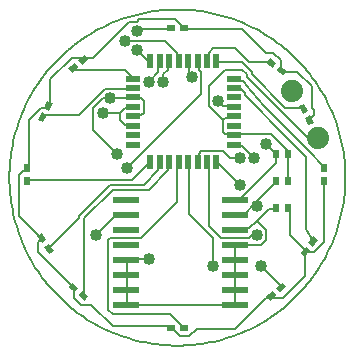
<source format=gtl>
G04 EAGLE Gerber RS-274X export*
G75*
%MOMM*%
%FSLAX34Y34*%
%LPD*%
%INTop Copper*%
%IPPOS*%
%AMOC8*
5,1,8,0,0,1.08239X$1,22.5*%
G01*
%ADD10C,0.152400*%
%ADD11R,0.700000X0.500000*%
%ADD12R,0.500000X0.700000*%
%ADD13R,2.200000X0.600000*%
%ADD14R,0.600000X0.700000*%
%ADD15R,1.270000X0.558800*%
%ADD16R,0.558800X1.270000*%
%ADD17C,1.879600*%
%ADD18C,0.203200*%
%ADD19C,1.016000*%


D10*
X0Y142240D02*
X43Y145731D01*
X171Y149219D01*
X385Y152704D01*
X685Y156182D01*
X1070Y159652D01*
X1540Y163111D01*
X2094Y166558D01*
X2733Y169990D01*
X3456Y173405D01*
X4263Y176802D01*
X5152Y180177D01*
X6125Y183530D01*
X7179Y186858D01*
X8315Y190159D01*
X9531Y193431D01*
X10827Y196673D01*
X12203Y199882D01*
X13657Y203055D01*
X15188Y206193D01*
X16796Y209291D01*
X18479Y212350D01*
X20237Y215366D01*
X22068Y218338D01*
X23972Y221264D01*
X25947Y224143D01*
X27992Y226972D01*
X30106Y229751D01*
X32287Y232476D01*
X34535Y235147D01*
X36847Y237763D01*
X39223Y240320D01*
X41661Y242819D01*
X44160Y245257D01*
X46717Y247633D01*
X49333Y249945D01*
X52004Y252193D01*
X54729Y254374D01*
X57508Y256488D01*
X60337Y258533D01*
X63216Y260508D01*
X66142Y262412D01*
X69114Y264243D01*
X72130Y266001D01*
X75189Y267684D01*
X78287Y269292D01*
X81425Y270823D01*
X84598Y272277D01*
X87807Y273653D01*
X91049Y274949D01*
X94321Y276165D01*
X97622Y277301D01*
X100950Y278355D01*
X104303Y279328D01*
X107678Y280217D01*
X111075Y281024D01*
X114490Y281747D01*
X117922Y282386D01*
X121369Y282940D01*
X124828Y283410D01*
X128298Y283795D01*
X131776Y284095D01*
X135261Y284309D01*
X138749Y284437D01*
X142240Y284480D01*
X145731Y284437D01*
X149219Y284309D01*
X152704Y284095D01*
X156182Y283795D01*
X159652Y283410D01*
X163111Y282940D01*
X166558Y282386D01*
X169990Y281747D01*
X173405Y281024D01*
X176802Y280217D01*
X180177Y279328D01*
X183530Y278355D01*
X186858Y277301D01*
X190159Y276165D01*
X193431Y274949D01*
X196673Y273653D01*
X199882Y272277D01*
X203055Y270823D01*
X206193Y269292D01*
X209291Y267684D01*
X212350Y266001D01*
X215366Y264243D01*
X218338Y262412D01*
X221264Y260508D01*
X224143Y258533D01*
X226972Y256488D01*
X229751Y254374D01*
X232476Y252193D01*
X235147Y249945D01*
X237763Y247633D01*
X240320Y245257D01*
X242819Y242819D01*
X245257Y240320D01*
X247633Y237763D01*
X249945Y235147D01*
X252193Y232476D01*
X254374Y229751D01*
X256488Y226972D01*
X258533Y224143D01*
X260508Y221264D01*
X262412Y218338D01*
X264243Y215366D01*
X266001Y212350D01*
X267684Y209291D01*
X269292Y206193D01*
X270823Y203055D01*
X272277Y199882D01*
X273653Y196673D01*
X274949Y193431D01*
X276165Y190159D01*
X277301Y186858D01*
X278355Y183530D01*
X279328Y180177D01*
X280217Y176802D01*
X281024Y173405D01*
X281747Y169990D01*
X282386Y166558D01*
X282940Y163111D01*
X283410Y159652D01*
X283795Y156182D01*
X284095Y152704D01*
X284309Y149219D01*
X284437Y145731D01*
X284480Y142240D01*
X284437Y138749D01*
X284309Y135261D01*
X284095Y131776D01*
X283795Y128298D01*
X283410Y124828D01*
X282940Y121369D01*
X282386Y117922D01*
X281747Y114490D01*
X281024Y111075D01*
X280217Y107678D01*
X279328Y104303D01*
X278355Y100950D01*
X277301Y97622D01*
X276165Y94321D01*
X274949Y91049D01*
X273653Y87807D01*
X272277Y84598D01*
X270823Y81425D01*
X269292Y78287D01*
X267684Y75189D01*
X266001Y72130D01*
X264243Y69114D01*
X262412Y66142D01*
X260508Y63216D01*
X258533Y60337D01*
X256488Y57508D01*
X254374Y54729D01*
X252193Y52004D01*
X249945Y49333D01*
X247633Y46717D01*
X245257Y44160D01*
X242819Y41661D01*
X240320Y39223D01*
X237763Y36847D01*
X235147Y34535D01*
X232476Y32287D01*
X229751Y30106D01*
X226972Y27992D01*
X224143Y25947D01*
X221264Y23972D01*
X218338Y22068D01*
X215366Y20237D01*
X212350Y18479D01*
X209291Y16796D01*
X206193Y15188D01*
X203055Y13657D01*
X199882Y12203D01*
X196673Y10827D01*
X193431Y9531D01*
X190159Y8315D01*
X186858Y7179D01*
X183530Y6125D01*
X180177Y5152D01*
X176802Y4263D01*
X173405Y3456D01*
X169990Y2733D01*
X166558Y2094D01*
X163111Y1540D01*
X159652Y1070D01*
X156182Y685D01*
X152704Y385D01*
X149219Y171D01*
X145731Y43D01*
X142240Y0D01*
X138749Y43D01*
X135261Y171D01*
X131776Y385D01*
X128298Y685D01*
X124828Y1070D01*
X121369Y1540D01*
X117922Y2094D01*
X114490Y2733D01*
X111075Y3456D01*
X107678Y4263D01*
X104303Y5152D01*
X100950Y6125D01*
X97622Y7179D01*
X94321Y8315D01*
X91049Y9531D01*
X87807Y10827D01*
X84598Y12203D01*
X81425Y13657D01*
X78287Y15188D01*
X75189Y16796D01*
X72130Y18479D01*
X69114Y20237D01*
X66142Y22068D01*
X63216Y23972D01*
X60337Y25947D01*
X57508Y27992D01*
X54729Y30106D01*
X52004Y32287D01*
X49333Y34535D01*
X46717Y36847D01*
X44160Y39223D01*
X41661Y41661D01*
X39223Y44160D01*
X36847Y46717D01*
X34535Y49333D01*
X32287Y52004D01*
X30106Y54729D01*
X27992Y57508D01*
X25947Y60337D01*
X23972Y63216D01*
X22068Y66142D01*
X20237Y69114D01*
X18479Y72130D01*
X16796Y75189D01*
X15188Y78287D01*
X13657Y81425D01*
X12203Y84598D01*
X10827Y87807D01*
X9531Y91049D01*
X8315Y94321D01*
X7179Y97622D01*
X6125Y100950D01*
X5152Y104303D01*
X4263Y107678D01*
X3456Y111075D01*
X2733Y114490D01*
X2094Y117922D01*
X1540Y121369D01*
X1070Y124828D01*
X685Y128298D01*
X385Y131776D01*
X171Y135261D01*
X43Y138749D01*
X0Y142240D01*
D11*
G36*
X222961Y235417D02*
X217356Y239609D01*
X220351Y243613D01*
X225956Y239421D01*
X222961Y235417D01*
G37*
G36*
X231769Y228827D02*
X226164Y233019D01*
X229159Y237023D01*
X234764Y232831D01*
X231769Y228827D01*
G37*
G36*
X31825Y195214D02*
X28701Y188951D01*
X24227Y191182D01*
X27351Y197445D01*
X31825Y195214D01*
G37*
G36*
X36733Y205058D02*
X33609Y198795D01*
X29135Y201026D01*
X32259Y207289D01*
X36733Y205058D01*
G37*
G36*
X58383Y235558D02*
X52868Y231250D01*
X49789Y235190D01*
X55304Y239498D01*
X58383Y235558D01*
G37*
G36*
X67051Y242330D02*
X61536Y238022D01*
X58457Y241962D01*
X63972Y246270D01*
X67051Y242330D01*
G37*
X136740Y269240D03*
X147740Y269240D03*
G36*
X248331Y196255D02*
X245207Y202518D01*
X249681Y204749D01*
X252805Y198486D01*
X248331Y196255D01*
G37*
G36*
X253239Y186411D02*
X250115Y192674D01*
X254589Y194905D01*
X257713Y188642D01*
X253239Y186411D01*
G37*
D12*
X266700Y150280D03*
X266700Y139280D03*
D11*
G36*
X253197Y86919D02*
X257389Y92524D01*
X261393Y89529D01*
X257201Y83924D01*
X253197Y86919D01*
G37*
G36*
X246607Y78111D02*
X250799Y83716D01*
X254803Y80721D01*
X250611Y75116D01*
X246607Y78111D01*
G37*
G36*
X226058Y48922D02*
X231520Y53298D01*
X234646Y49396D01*
X229184Y45020D01*
X226058Y48922D01*
G37*
G36*
X217474Y42044D02*
X222936Y46420D01*
X226062Y42518D01*
X220600Y38142D01*
X217474Y42044D01*
G37*
X147740Y15240D03*
X136740Y15240D03*
G36*
X61544Y46420D02*
X67006Y42044D01*
X63880Y38142D01*
X58418Y42518D01*
X61544Y46420D01*
G37*
G36*
X52960Y53298D02*
X58422Y48922D01*
X55296Y45020D01*
X49834Y49396D01*
X52960Y53298D01*
G37*
G36*
X33669Y86082D02*
X37553Y80260D01*
X33395Y77486D01*
X29511Y83308D01*
X33669Y86082D01*
G37*
G36*
X27565Y95234D02*
X31449Y89412D01*
X27291Y86638D01*
X23407Y92460D01*
X27565Y95234D01*
G37*
D12*
X15240Y139280D03*
X15240Y150280D03*
D13*
X98780Y110490D03*
X190780Y85090D03*
X98780Y123190D03*
X98780Y97790D03*
X98780Y85090D03*
X190780Y97790D03*
X190780Y72390D03*
X190780Y59690D03*
X98780Y59690D03*
X190780Y34290D03*
X98780Y72390D03*
X98780Y46990D03*
X190780Y46990D03*
X98780Y34290D03*
X190780Y110490D03*
X190780Y123190D03*
D14*
X226140Y116840D03*
X236140Y116840D03*
X226140Y162560D03*
X236140Y162560D03*
X226140Y139700D03*
X236140Y139700D03*
D15*
X104394Y226120D03*
X104394Y218120D03*
X104394Y210120D03*
X104394Y202120D03*
X104394Y194120D03*
X104394Y186120D03*
X104394Y178120D03*
X104394Y170120D03*
D16*
X119320Y155194D03*
X127320Y155194D03*
X135320Y155194D03*
X143320Y155194D03*
X151320Y155194D03*
X159320Y155194D03*
X167320Y155194D03*
X175320Y155194D03*
D15*
X190246Y170120D03*
X190246Y178120D03*
X190246Y186120D03*
X190246Y194120D03*
X190246Y202120D03*
X190246Y210120D03*
X190246Y218120D03*
X190246Y226120D03*
D16*
X175320Y241046D03*
X167320Y241046D03*
X159320Y241046D03*
X151320Y241046D03*
X143320Y241046D03*
X135320Y241046D03*
X127320Y241046D03*
X119320Y241046D03*
D17*
X260999Y176144D03*
X239011Y215649D03*
D18*
X99568Y46736D02*
X99568Y34544D01*
X99568Y46736D02*
X98780Y46990D01*
X99568Y60960D02*
X99568Y71120D01*
X99568Y60960D02*
X98780Y59690D01*
X99568Y71120D02*
X98780Y72390D01*
X99568Y58928D02*
X99568Y48768D01*
X98780Y46990D01*
X99568Y58928D02*
X98780Y59690D01*
X219456Y115824D02*
X225552Y115824D01*
X209296Y105664D02*
X203200Y99568D01*
X209296Y105664D02*
X219456Y115824D01*
X203200Y99568D02*
X191008Y99568D01*
X225552Y115824D02*
X226140Y116840D01*
X191008Y99568D02*
X190780Y97790D01*
X191008Y46736D02*
X191008Y34544D01*
X190780Y34290D01*
X191008Y46736D02*
X190780Y46990D01*
X191008Y60960D02*
X191008Y71120D01*
X191008Y60960D02*
X190780Y59690D01*
X191008Y71120D02*
X190780Y72390D01*
X191008Y73152D02*
X191008Y83312D01*
X190780Y85090D01*
X191008Y73152D02*
X190780Y72390D01*
X191008Y58928D02*
X191008Y48768D01*
X190780Y46990D01*
X191008Y58928D02*
X190780Y59690D01*
X217424Y97536D02*
X209296Y105664D01*
X217424Y97536D02*
X217424Y89408D01*
X213360Y85344D01*
X191008Y85344D01*
X190780Y85090D01*
X188976Y34544D02*
X99568Y34544D01*
X98780Y34290D01*
X188976Y34544D02*
X190780Y34290D01*
X111760Y195072D02*
X105664Y195072D01*
X111760Y195072D02*
X113792Y197104D01*
X113792Y207264D01*
X111760Y209296D01*
X105664Y209296D01*
X105664Y195072D02*
X104394Y194120D01*
X105664Y209296D02*
X104394Y210120D01*
X103632Y209296D02*
X85344Y209296D01*
X103632Y209296D02*
X104394Y210120D01*
X180848Y203200D02*
X188976Y203200D01*
X180848Y203200D02*
X176784Y207264D01*
X188976Y203200D02*
X190246Y202120D01*
X85344Y209296D02*
X79248Y209296D01*
X71120Y201168D01*
X71120Y182880D01*
X91440Y162560D01*
X99568Y73152D02*
X117856Y73152D01*
X99568Y73152D02*
X98780Y72390D01*
D19*
X85344Y209296D03*
X176784Y207264D03*
X91440Y162560D03*
X117856Y73152D03*
D18*
X103632Y186944D02*
X97536Y186944D01*
X93472Y191008D01*
X93472Y197104D01*
X97536Y201168D01*
X103632Y201168D01*
X103632Y186944D02*
X104394Y186120D01*
X103632Y201168D02*
X104394Y202120D01*
X93472Y197104D02*
X79248Y197104D01*
X235712Y162560D02*
X235712Y140208D01*
X236140Y139700D01*
X188976Y178816D02*
X182880Y178816D01*
X180848Y180848D01*
X180848Y191008D01*
X182880Y193040D01*
X188976Y193040D01*
X188976Y178816D02*
X190246Y178120D01*
X188976Y193040D02*
X190246Y194120D01*
X235712Y164592D02*
X235712Y162560D01*
X235712Y164592D02*
X221488Y178816D01*
X191008Y178816D01*
X235712Y162560D02*
X236140Y162560D01*
X191008Y178816D02*
X190246Y178120D01*
X251968Y176784D02*
X260096Y176784D01*
X251968Y176784D02*
X201168Y227584D01*
X201168Y229616D01*
X197104Y233680D01*
X182880Y233680D01*
X168656Y219456D01*
X168656Y203200D01*
X180848Y191008D01*
X260096Y176784D02*
X260999Y176144D01*
X97536Y109728D02*
X89408Y109728D01*
X73152Y93472D01*
X97536Y109728D02*
X98780Y110490D01*
D19*
X79248Y197104D03*
X73152Y93472D03*
D18*
X142240Y241808D02*
X142240Y247904D01*
X132080Y258064D01*
X97536Y258064D01*
X142240Y241808D02*
X143320Y241046D01*
D19*
X97536Y258064D03*
D18*
X130048Y229616D02*
X130048Y223520D01*
X130048Y229616D02*
X134112Y233680D01*
X134112Y239776D01*
X135320Y241046D01*
D19*
X130048Y223520D03*
D18*
X125984Y231648D02*
X117856Y223520D01*
X125984Y231648D02*
X125984Y239776D01*
X127320Y241046D01*
D19*
X117856Y223520D03*
D18*
X205232Y93472D02*
X209296Y93472D01*
X205232Y93472D02*
X203200Y91440D01*
X178816Y91440D01*
X168656Y101600D01*
X168656Y154432D01*
X167320Y155194D01*
D19*
X209296Y93472D03*
D18*
X58928Y107696D02*
X34544Y83312D01*
X58928Y107696D02*
X58928Y109728D01*
X85344Y136144D01*
X113792Y136144D01*
X125984Y148336D01*
X125984Y154432D01*
X34544Y83312D02*
X33532Y81784D01*
X125984Y154432D02*
X127320Y155194D01*
X62992Y107696D02*
X62992Y42672D01*
X62992Y107696D02*
X87376Y132080D01*
X117856Y132080D01*
X134112Y148336D01*
X134112Y154432D01*
X62992Y42672D02*
X62712Y42281D01*
X134112Y154432D02*
X135320Y155194D01*
X176784Y154432D02*
X195072Y136144D01*
X176784Y154432D02*
X175320Y155194D01*
D19*
X195072Y136144D03*
D18*
X207264Y158496D02*
X197104Y168656D01*
X191008Y168656D01*
X190246Y170120D01*
D19*
X207264Y158496D03*
D18*
X203200Y239776D02*
X221488Y239776D01*
X203200Y239776D02*
X191008Y251968D01*
X172720Y251968D01*
X168656Y247904D01*
X168656Y241808D01*
X221488Y239776D02*
X221656Y239515D01*
X168656Y241808D02*
X167320Y241046D01*
X233680Y201168D02*
X247904Y201168D01*
X233680Y201168D02*
X205232Y229616D01*
X205232Y231648D01*
X197104Y239776D01*
X176784Y239776D01*
X247904Y201168D02*
X249006Y200502D01*
X176784Y239776D02*
X175320Y241046D01*
X243840Y175260D02*
X252536Y165757D01*
X266700Y151518D02*
X266700Y150280D01*
X266700Y151518D02*
X252536Y165681D01*
X252536Y165757D01*
X243840Y175260D02*
X215900Y203200D01*
X200660Y220980D01*
X199644Y222177D02*
X197859Y223962D01*
X199644Y221996D02*
X200660Y220980D01*
X199644Y221996D02*
X199644Y222177D01*
X197859Y223962D02*
X192404Y223962D01*
X190246Y226120D01*
X136144Y26416D02*
X146304Y16256D01*
X136144Y26416D02*
X87376Y26416D01*
X83312Y30480D01*
X83312Y89408D01*
X85344Y91440D01*
X111760Y91440D01*
X142240Y121920D01*
X142240Y154432D01*
X146304Y16256D02*
X147740Y15240D01*
X142240Y154432D02*
X143320Y155194D01*
X160528Y156464D02*
X160528Y162560D01*
X162560Y164592D01*
X180848Y164592D01*
X186944Y158496D01*
X195072Y158496D01*
X160528Y156464D02*
X159320Y155194D01*
D19*
X195072Y158496D03*
D18*
X136144Y268224D02*
X109728Y268224D01*
X107696Y266192D01*
X107696Y249936D02*
X117856Y239776D01*
X136144Y268224D02*
X136740Y269240D01*
X119320Y241046D02*
X117856Y239776D01*
D19*
X107696Y266192D03*
X107696Y249936D03*
D18*
X97536Y233680D02*
X54864Y233680D01*
X97536Y233680D02*
X103632Y227584D01*
X54864Y233680D02*
X54086Y235374D01*
X103632Y227584D02*
X104394Y226120D01*
X58928Y195072D02*
X28448Y195072D01*
X58928Y195072D02*
X81280Y217424D01*
X103632Y217424D01*
X28448Y195072D02*
X28026Y193198D01*
X103632Y217424D02*
X104394Y218120D01*
X103632Y140208D02*
X16256Y140208D01*
X103632Y140208D02*
X117856Y154432D01*
X16256Y140208D02*
X15240Y139280D01*
X117856Y154432D02*
X119320Y155194D01*
X199136Y111760D02*
X207264Y119888D01*
X225552Y138176D01*
X199136Y111760D02*
X191008Y111760D01*
X225552Y138176D02*
X226140Y139700D01*
X191008Y111760D02*
X190780Y110490D01*
X160528Y233680D02*
X160528Y239776D01*
X160528Y233680D02*
X162560Y231648D01*
X162560Y213360D01*
X99568Y150368D01*
X207264Y119888D02*
X209296Y117856D01*
X160528Y239776D02*
X159320Y241046D01*
D19*
X99568Y150368D03*
X209296Y117856D03*
D18*
X225552Y154432D02*
X225552Y162560D01*
X225552Y154432D02*
X195072Y123952D01*
X191008Y123952D01*
X190780Y123190D01*
X152400Y229616D02*
X152400Y239776D01*
X152400Y229616D02*
X154432Y227584D01*
X217424Y170688D02*
X225552Y162560D01*
X152400Y239776D02*
X151320Y241046D01*
X225552Y162560D02*
X226140Y162560D01*
D19*
X154432Y227584D03*
X217424Y170688D03*
D18*
X231648Y231648D02*
X243840Y231648D01*
X256032Y219456D01*
X256032Y201168D01*
X258064Y199136D01*
X258064Y195072D01*
X254000Y191008D01*
X231648Y231648D02*
X230464Y232925D01*
X254000Y191008D02*
X253914Y190658D01*
X197104Y268224D02*
X148336Y268224D01*
X197104Y268224D02*
X217424Y247904D01*
X223520Y247904D01*
X229616Y241808D01*
X229616Y233680D01*
X148336Y268224D02*
X147740Y269240D01*
X229616Y233680D02*
X230464Y232925D01*
X231648Y40640D02*
X223520Y40640D01*
X231648Y40640D02*
X249936Y58928D01*
X249936Y79248D01*
X221768Y42281D02*
X223520Y40640D01*
X249936Y79248D02*
X250705Y79416D01*
X237744Y93472D02*
X237744Y115824D01*
X237744Y93472D02*
X249936Y81280D01*
X237744Y115824D02*
X236140Y116840D01*
X249936Y81280D02*
X250705Y79416D01*
X266192Y87376D02*
X266192Y138176D01*
X266192Y87376D02*
X258064Y79248D01*
X251968Y79248D01*
X266192Y138176D02*
X266700Y139280D01*
X251968Y79248D02*
X250705Y79416D01*
X16256Y150368D02*
X16256Y191008D01*
X26416Y201168D01*
X32512Y201168D01*
X16256Y150368D02*
X15240Y150280D01*
X32512Y201168D02*
X32934Y203042D01*
X52832Y243840D02*
X60960Y243840D01*
X52832Y243840D02*
X34544Y225552D01*
X34544Y203200D01*
X62754Y242146D02*
X60960Y243840D01*
X34544Y203200D02*
X32934Y203042D01*
X24384Y79248D02*
X52832Y50800D01*
X24384Y79248D02*
X24384Y87376D01*
X26416Y89408D01*
X52832Y50800D02*
X54128Y49159D01*
X26416Y89408D02*
X27428Y90936D01*
X87376Y16256D02*
X136144Y16256D01*
X87376Y16256D02*
X69088Y34544D01*
X60960Y34544D01*
X54864Y40640D01*
X54864Y48768D01*
X136144Y16256D02*
X136740Y15240D01*
X54864Y48768D02*
X54128Y49159D01*
X14224Y148336D02*
X12192Y148336D01*
X8128Y144272D01*
X8128Y109728D01*
X26416Y91440D01*
X14224Y148336D02*
X15240Y150280D01*
X26416Y91440D02*
X27428Y90936D01*
X217424Y40640D02*
X221488Y40640D01*
X217424Y40640D02*
X191008Y14224D01*
X158496Y14224D01*
X152400Y8128D01*
X144272Y8128D01*
X138176Y14224D01*
X221488Y40640D02*
X221768Y42281D01*
X138176Y14224D02*
X136740Y15240D01*
X146304Y270256D02*
X140208Y276352D01*
X109728Y276352D01*
X107696Y274320D01*
X101600Y274320D01*
X71120Y243840D01*
X62992Y243840D01*
X146304Y270256D02*
X147740Y269240D01*
X62992Y243840D02*
X62754Y242146D01*
X213360Y67056D02*
X229616Y50800D01*
X172720Y67056D02*
X172720Y91440D01*
X152400Y111760D01*
X152400Y154432D01*
X229616Y50800D02*
X230352Y49159D01*
X152400Y154432D02*
X151320Y155194D01*
D19*
X213360Y67056D03*
X172720Y67056D03*
D18*
X191008Y217424D02*
X190246Y218120D01*
X251460Y159643D02*
X251460Y99060D01*
X251460Y159643D02*
X251272Y159830D01*
X236220Y175260D01*
X199644Y211836D02*
X199644Y214177D01*
X195580Y218241D02*
X195580Y218440D01*
X195580Y218241D02*
X199644Y214177D01*
X195580Y218440D02*
X191008Y217424D01*
X199644Y211836D02*
X236220Y175260D01*
X251460Y99060D02*
X257295Y88224D01*
M02*

</source>
